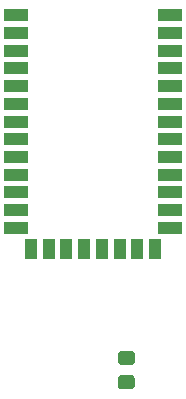
<source format=gbr>
G04 #@! TF.GenerationSoftware,KiCad,Pcbnew,(5.1.0)-1*
G04 #@! TF.CreationDate,2019-04-05T23:44:47+02:00*
G04 #@! TF.ProjectId,BT_module,42545f6d-6f64-4756-9c65-2e6b69636164,rev?*
G04 #@! TF.SameCoordinates,Original*
G04 #@! TF.FileFunction,Paste,Top*
G04 #@! TF.FilePolarity,Positive*
%FSLAX46Y46*%
G04 Gerber Fmt 4.6, Leading zero omitted, Abs format (unit mm)*
G04 Created by KiCad (PCBNEW (5.1.0)-1) date 2019-04-05 23:44:47*
%MOMM*%
%LPD*%
G04 APERTURE LIST*
%ADD10C,0.100000*%
%ADD11C,1.150000*%
%ADD12R,2.000000X1.000000*%
%ADD13R,1.000000X1.800000*%
G04 APERTURE END LIST*
D10*
G36*
X133570505Y-92372204D02*
G01*
X133594773Y-92375804D01*
X133618572Y-92381765D01*
X133641671Y-92390030D01*
X133663850Y-92400520D01*
X133684893Y-92413132D01*
X133704599Y-92427747D01*
X133722777Y-92444223D01*
X133739253Y-92462401D01*
X133753868Y-92482107D01*
X133766480Y-92503150D01*
X133776970Y-92525329D01*
X133785235Y-92548428D01*
X133791196Y-92572227D01*
X133794796Y-92596495D01*
X133796000Y-92620999D01*
X133796000Y-93271001D01*
X133794796Y-93295505D01*
X133791196Y-93319773D01*
X133785235Y-93343572D01*
X133776970Y-93366671D01*
X133766480Y-93388850D01*
X133753868Y-93409893D01*
X133739253Y-93429599D01*
X133722777Y-93447777D01*
X133704599Y-93464253D01*
X133684893Y-93478868D01*
X133663850Y-93491480D01*
X133641671Y-93501970D01*
X133618572Y-93510235D01*
X133594773Y-93516196D01*
X133570505Y-93519796D01*
X133546001Y-93521000D01*
X132645999Y-93521000D01*
X132621495Y-93519796D01*
X132597227Y-93516196D01*
X132573428Y-93510235D01*
X132550329Y-93501970D01*
X132528150Y-93491480D01*
X132507107Y-93478868D01*
X132487401Y-93464253D01*
X132469223Y-93447777D01*
X132452747Y-93429599D01*
X132438132Y-93409893D01*
X132425520Y-93388850D01*
X132415030Y-93366671D01*
X132406765Y-93343572D01*
X132400804Y-93319773D01*
X132397204Y-93295505D01*
X132396000Y-93271001D01*
X132396000Y-92620999D01*
X132397204Y-92596495D01*
X132400804Y-92572227D01*
X132406765Y-92548428D01*
X132415030Y-92525329D01*
X132425520Y-92503150D01*
X132438132Y-92482107D01*
X132452747Y-92462401D01*
X132469223Y-92444223D01*
X132487401Y-92427747D01*
X132507107Y-92413132D01*
X132528150Y-92400520D01*
X132550329Y-92390030D01*
X132573428Y-92381765D01*
X132597227Y-92375804D01*
X132621495Y-92372204D01*
X132645999Y-92371000D01*
X133546001Y-92371000D01*
X133570505Y-92372204D01*
X133570505Y-92372204D01*
G37*
D11*
X133096000Y-92946000D03*
D10*
G36*
X133570505Y-94422204D02*
G01*
X133594773Y-94425804D01*
X133618572Y-94431765D01*
X133641671Y-94440030D01*
X133663850Y-94450520D01*
X133684893Y-94463132D01*
X133704599Y-94477747D01*
X133722777Y-94494223D01*
X133739253Y-94512401D01*
X133753868Y-94532107D01*
X133766480Y-94553150D01*
X133776970Y-94575329D01*
X133785235Y-94598428D01*
X133791196Y-94622227D01*
X133794796Y-94646495D01*
X133796000Y-94670999D01*
X133796000Y-95321001D01*
X133794796Y-95345505D01*
X133791196Y-95369773D01*
X133785235Y-95393572D01*
X133776970Y-95416671D01*
X133766480Y-95438850D01*
X133753868Y-95459893D01*
X133739253Y-95479599D01*
X133722777Y-95497777D01*
X133704599Y-95514253D01*
X133684893Y-95528868D01*
X133663850Y-95541480D01*
X133641671Y-95551970D01*
X133618572Y-95560235D01*
X133594773Y-95566196D01*
X133570505Y-95569796D01*
X133546001Y-95571000D01*
X132645999Y-95571000D01*
X132621495Y-95569796D01*
X132597227Y-95566196D01*
X132573428Y-95560235D01*
X132550329Y-95551970D01*
X132528150Y-95541480D01*
X132507107Y-95528868D01*
X132487401Y-95514253D01*
X132469223Y-95497777D01*
X132452747Y-95479599D01*
X132438132Y-95459893D01*
X132425520Y-95438850D01*
X132415030Y-95416671D01*
X132406765Y-95393572D01*
X132400804Y-95369773D01*
X132397204Y-95345505D01*
X132396000Y-95321001D01*
X132396000Y-94670999D01*
X132397204Y-94646495D01*
X132400804Y-94622227D01*
X132406765Y-94598428D01*
X132415030Y-94575329D01*
X132425520Y-94553150D01*
X132438132Y-94532107D01*
X132452747Y-94512401D01*
X132469223Y-94494223D01*
X132487401Y-94477747D01*
X132507107Y-94463132D01*
X132528150Y-94450520D01*
X132550329Y-94440030D01*
X132573428Y-94431765D01*
X132597227Y-94425804D01*
X132621495Y-94422204D01*
X132645999Y-94421000D01*
X133546001Y-94421000D01*
X133570505Y-94422204D01*
X133570505Y-94422204D01*
G37*
D11*
X133096000Y-94996000D03*
D12*
X136774001Y-63940001D03*
X136774001Y-65440001D03*
X136774001Y-66940001D03*
X136774001Y-68440001D03*
X136774001Y-69940001D03*
X136774001Y-71440001D03*
X136774001Y-72940001D03*
X136774001Y-74440001D03*
X136774001Y-75940001D03*
X136774001Y-77440001D03*
X136774001Y-78940001D03*
X136774001Y-80440001D03*
X136774001Y-81940001D03*
X123774001Y-81940001D03*
X123774001Y-80440001D03*
X123774001Y-78940001D03*
X123774001Y-77440001D03*
X123774001Y-75940001D03*
X123774001Y-74440001D03*
X123774001Y-72940001D03*
X123774001Y-71440001D03*
X123774001Y-69940001D03*
X123774001Y-68440001D03*
X123774001Y-66940001D03*
X123774001Y-65440001D03*
X123774001Y-63940001D03*
D13*
X135524001Y-83690001D03*
X134024001Y-83690001D03*
X132524001Y-83690001D03*
X131024001Y-83690001D03*
X129524001Y-83690001D03*
X128024001Y-83690001D03*
X126524001Y-83690001D03*
X125024001Y-83690001D03*
M02*

</source>
